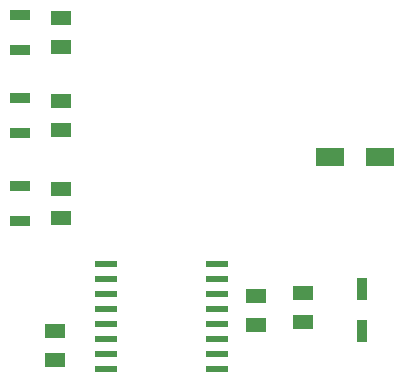
<source format=gbr>
G04*
G04 #@! TF.GenerationSoftware,Altium Limited,Altium Designer,22.4.2 (48)*
G04*
G04 Layer_Color=8421504*
%FSLAX25Y25*%
%MOIN*%
G70*
G04*
G04 #@! TF.SameCoordinates,2A41B901-7CA2-4390-9F02-5F8C8343CA34*
G04*
G04*
G04 #@! TF.FilePolarity,Positive*
G04*
G01*
G75*
%ADD16R,0.07165X0.04567*%
%ADD17R,0.06811X0.03819*%
%ADD18R,0.09173X0.06142*%
%ADD19R,0.07800X0.02200*%
%ADD20R,0.03543X0.07284*%
D16*
X39370Y87519D02*
D03*
Y77836D02*
D03*
X41339Y191850D02*
D03*
Y182166D02*
D03*
Y164290D02*
D03*
Y154607D02*
D03*
Y134763D02*
D03*
Y125080D02*
D03*
X106299Y99330D02*
D03*
Y89647D02*
D03*
X122047Y100394D02*
D03*
Y90711D02*
D03*
D17*
X27559Y181260D02*
D03*
Y192913D02*
D03*
X27559Y153622D02*
D03*
Y165276D02*
D03*
Y124094D02*
D03*
Y135748D02*
D03*
D18*
X130787Y145669D02*
D03*
X147638D02*
D03*
D19*
X93303Y110020D02*
D03*
Y105020D02*
D03*
Y100020D02*
D03*
Y95020D02*
D03*
Y90020D02*
D03*
Y85020D02*
D03*
Y80020D02*
D03*
Y75020D02*
D03*
X56303D02*
D03*
Y80020D02*
D03*
Y85020D02*
D03*
Y90020D02*
D03*
Y95020D02*
D03*
Y100020D02*
D03*
Y105020D02*
D03*
Y110020D02*
D03*
D20*
X141732Y101575D02*
D03*
Y87402D02*
D03*
M02*

</source>
